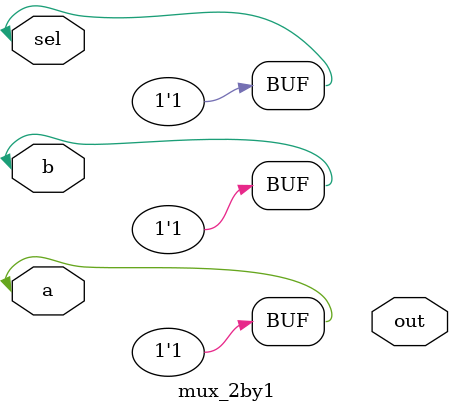
<source format=v>

`ifdef COM1 // reg
module mux_2by1(
    input a, 
    input b, 
    input sel, 
    output out
);

reg out;

always @ (*) // list에 변수 빼먹으면 결과값 달라진다.
    if (sel)
        out <= b;
    else
        out <= a;
// 4가지 넣을 수 있다. 0, 1, high-z, x(unsigned)

endmodule

`else // wire
module mux_2by1(
    input a,
    input b,
    input sel,
    output out
);

wire out;

// assign out = sel ? b : a;
assign a = 1'b1;
assign b = 1'b1;
assign sel = 1'b1;

endmodule
`endif

// 컴파일 순서도 중요하다.? tb안에 define을 넣는 경우.
</source>
